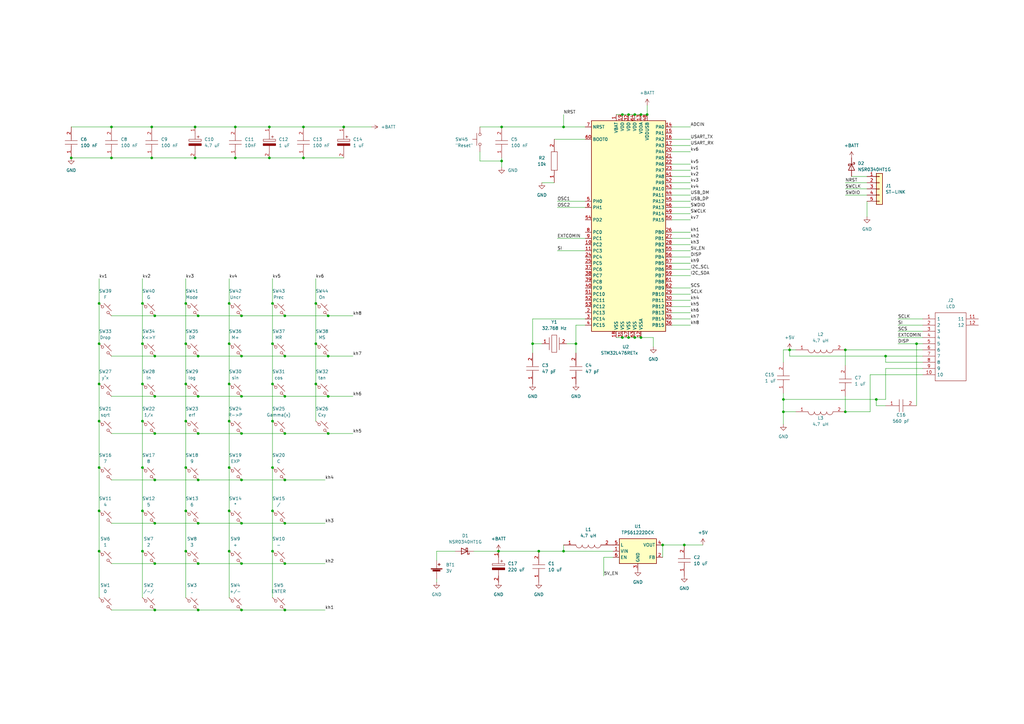
<source format=kicad_sch>
(kicad_sch (version 20211123) (generator eeschema)
  (paper "A3")
  (lib_symbols
    (symbol "Connector_Generic:Conn_01x05" (pin_names (offset 1.016) hide)
      (property "Reference" "J" (at 0 7.62 0))
      (property "Value" "Conn_01x05" (at 0 -7.62 0))
      (symbol "Conn_01x05_1_1"
        (pin passive line (at -5.08 5.08 0) (length 3.81) (name "Pin_1") (number "1"))
        (pin passive line (at -5.08 2.54 0) (length 3.81) (name "Pin_2") (number "2"))
        (pin passive line (at -5.08 0 0) (length 3.81) (name "Pin_3") (number "3"))
        (pin passive line (at -5.08 -2.54 0) (length 3.81) (name "Pin_4") (number "4"))
        (pin passive line (at -5.08 -5.08 0) (length 3.81) (name "Pin_5") (number "5"))
      )
    )
    (symbol "Device:Battery_Cell" (pin_numbers hide) (pin_names (offset 0) hide)
      (property "Reference" "BT" (at 2.54 2.54 0))
      (property "Value" "Battery_Cell" (at 2.54 0 0))
      (symbol "Battery_Cell_1_1"
        (pin passive line (at 0 5.08 270) (length 2.54) (name "+") (number "1"))
        (pin passive line (at 0 -2.54 90) (length 2.54) (name "-") (number "2"))
      )
    )
    (symbol "Diode:NSR0340HT1G" (pin_numbers hide) (pin_names (offset 1.016) hide)
      (property "Reference" "D" (at 0 2.54 0))
      (property "Value" "NSR0340HT1G" (at 0 -2.54 0))
      (symbol "NSR0340HT1G_1_1"
        (pin passive line (at -3.81 0 0) (length 2.54) (name "K") (number "1"))
        (pin passive line (at 3.81 0 180) (length 2.54) (name "A") (number "2"))
      )
    )
    (symbol "MCU_ST_STM32L4:STM32L476RETx"
      (property "Reference" "U" (at -15.24 44.45 0))
      (property "Value" "STM32L476RETx" (at 10.16 44.45 0))
      (symbol "STM32L476RETx_1_1"
        (pin power_in line (at -5.08 45.72 270) (length 2.54) (name "VBAT") (number "1"))
        (pin bidirectional line (at -17.78 -7.62 0) (length 2.54) (name "PC2") (number "10"))
        (pin bidirectional line (at -17.78 -10.16 0) (length 2.54) (name "PC3") (number "11"))
        (pin power_in line (at 5.08 -45.72 90) (length 2.54) (name "VSSA") (number "12"))
        (pin power_in line (at 5.08 45.72 270) (length 2.54) (name "VDDA") (number "13"))
        (pin bidirectional line (at 17.78 40.64 180) (length 2.54) (name "PA0") (number "14"))
        (pin bidirectional line (at 17.78 38.1 180) (length 2.54) (name "PA1") (number "15"))
        (pin bidirectional line (at 17.78 35.56 180) (length 2.54) (name "PA2") (number "16"))
        (pin bidirectional line (at 17.78 33.02 180) (length 2.54) (name "PA3") (number "17"))
        (pin power_in line (at -5.08 -45.72 90) (length 2.54) (name "VSS") (number "18"))
        (pin power_in line (at -2.54 45.72 270) (length 2.54) (name "VDD") (number "19"))
        (pin bidirectional line (at -17.78 -35.56 0) (length 2.54) (name "PC13") (number "2"))
        (pin bidirectional line (at 17.78 30.48 180) (length 2.54) (name "PA4") (number "20"))
        (pin bidirectional line (at 17.78 27.94 180) (length 2.54) (name "PA5") (number "21"))
        (pin bidirectional line (at 17.78 25.4 180) (length 2.54) (name "PA6") (number "22"))
        (pin bidirectional line (at 17.78 22.86 180) (length 2.54) (name "PA7") (number "23"))
        (pin bidirectional line (at -17.78 -12.7 0) (length 2.54) (name "PC4") (number "24"))
        (pin bidirectional line (at -17.78 -15.24 0) (length 2.54) (name "PC5") (number "25"))
        (pin bidirectional line (at 17.78 -2.54 180) (length 2.54) (name "PB0") (number "26"))
        (pin bidirectional line (at 17.78 -5.08 180) (length 2.54) (name "PB1") (number "27"))
        (pin bidirectional line (at 17.78 -7.62 180) (length 2.54) (name "PB2") (number "28"))
        (pin bidirectional line (at 17.78 -27.94 180) (length 2.54) (name "PB10") (number "29"))
        (pin bidirectional line (at -17.78 -38.1 0) (length 2.54) (name "PC14") (number "3"))
        (pin bidirectional line (at 17.78 -30.48 180) (length 2.54) (name "PB11") (number "30"))
        (pin power_in line (at -2.54 -45.72 90) (length 2.54) (name "VSS") (number "31"))
        (pin power_in line (at 0 45.72 270) (length 2.54) (name "VDD") (number "32"))
        (pin bidirectional line (at 17.78 -33.02 180) (length 2.54) (name "PB12") (number "33"))
        (pin bidirectional line (at 17.78 -35.56 180) (length 2.54) (name "PB13") (number "34"))
        (pin bidirectional line (at 17.78 -38.1 180) (length 2.54) (name "PB14") (number "35"))
        (pin bidirectional line (at 17.78 -40.64 180) (length 2.54) (name "PB15") (number "36"))
        (pin bidirectional line (at -17.78 -17.78 0) (length 2.54) (name "PC6") (number "37"))
        (pin bidirectional line (at -17.78 -20.32 0) (length 2.54) (name "PC7") (number "38"))
        (pin bidirectional line (at -17.78 -22.86 0) (length 2.54) (name "PC8") (number "39"))
        (pin bidirectional line (at -17.78 -40.64 0) (length 2.54) (name "PC15") (number "4"))
        (pin bidirectional line (at -17.78 -25.4 0) (length 2.54) (name "PC9") (number "40"))
        (pin bidirectional line (at 17.78 20.32 180) (length 2.54) (name "PA8") (number "41"))
        (pin bidirectional line (at 17.78 17.78 180) (length 2.54) (name "PA9") (number "42"))
        (pin bidirectional line (at 17.78 15.24 180) (length 2.54) (name "PA10") (number "43"))
        (pin bidirectional line (at 17.78 12.7 180) (length 2.54) (name "PA11") (number "44"))
        (pin bidirectional line (at 17.78 10.16 180) (length 2.54) (name "PA12") (number "45"))
        (pin bidirectional line (at 17.78 7.62 180) (length 2.54) (name "PA13") (number "46"))
        (pin power_in line (at 0 -45.72 90) (length 2.54) (name "VSS") (number "47"))
        (pin power_in line (at 7.62 45.72 270) (length 2.54) (name "VDDUSB") (number "48"))
        (pin bidirectional line (at 17.78 5.08 180) (length 2.54) (name "PA14") (number "49"))
        (pin input line (at -17.78 10.16 0) (length 2.54) (name "PH0") (number "5"))
        (pin bidirectional line (at 17.78 2.54 180) (length 2.54) (name "PA15") (number "50"))
        (pin bidirectional line (at -17.78 -27.94 0) (length 2.54) (name "PC10") (number "51"))
        (pin bidirectional line (at -17.78 -30.48 0) (length 2.54) (name "PC11") (number "52"))
        (pin bidirectional line (at -17.78 -33.02 0) (length 2.54) (name "PC12") (number "53"))
        (pin bidirectional line (at -17.78 2.54 0) (length 2.54) (name "PD2") (number "54"))
        (pin bidirectional line (at 17.78 -10.16 180) (length 2.54) (name "PB3") (number "55"))
        (pin bidirectional line (at 17.78 -12.7 180) (length 2.54) (name "PB4") (number "56"))
        (pin bidirectional line (at 17.78 -15.24 180) (length 2.54) (name "PB5") (number "57"))
        (pin bidirectional line (at 17.78 -17.78 180) (length 2.54) (name "PB6") (number "58"))
        (pin bidirectional line (at 17.78 -20.32 180) (length 2.54) (name "PB7") (number "59"))
        (pin input line (at -17.78 7.62 0) (length 2.54) (name "PH1") (number "6"))
        (pin input line (at -17.78 35.56 0) (length 2.54) (name "BOOT0") (number "60"))
        (pin bidirectional line (at 17.78 -22.86 180) (length 2.54) (name "PB8") (number "61"))
        (pin bidirectional line (at 17.78 -25.4 180) (length 2.54) (name "PB9") (number "62"))
        (pin power_in line (at 2.54 -45.72 90) (length 2.54) (name "VSS") (number "63"))
        (pin power_in line (at 2.54 45.72 270) (length 2.54) (name "VDD") (number "64"))
        (pin input line (at -17.78 40.64 0) (length 2.54) (name "NRST") (number "7"))
        (pin bidirectional line (at -17.78 -2.54 0) (length 2.54) (name "PC0") (number "8"))
        (pin bidirectional line (at -17.78 -5.08 0) (length 2.54) (name "PC1") (number "9"))
      )
    )
    (symbol "Regulator_Switching:TPS61222DCK"
      (property "Reference" "U" (at -7.62 6.35 0))
      (property "Value" "TPS61222DCK" (at 2.54 6.35 0))
      (symbol "TPS61222DCK_1_1"
        (pin power_in line (at -10.16 0 0) (length 2.54) (name "VIN") (number "1"))
        (pin input line (at 10.16 -2.54 180) (length 2.54) (name "FB") (number "2"))
        (pin power_in line (at 0 -7.62 90) (length 2.54) (name "GND") (number "3"))
        (pin power_out line (at 10.16 2.54 180) (length 2.54) (name "VOUT") (number "4"))
        (pin power_in line (at -10.16 2.54 0) (length 2.54) (name "L") (number "5"))
        (pin input line (at -10.16 -2.54 0) (length 2.54) (name "EN") (number "6"))
      )
    )
    (symbol "SamacSys_Parts:06036A470KAT2A" (pin_names (offset 0.762))
      (property "Reference" "C" (at 8.89 6.35 0))
      (property "Value" "06036A470KAT2A" (at 8.89 3.81 0))
      (symbol "06036A470KAT2A_0_0"
        (pin passive line (at 0 0 0) (length 5.08) (name "~") (number "1"))
        (pin passive line (at 12.7 0 180) (length 5.08) (name "~") (number "2"))
      )
    )
    (symbol "SamacSys_Parts:06036C104MAZ2A" (pin_names (offset 0.762))
      (property "Reference" "C" (at 8.89 6.35 0))
      (property "Value" "06036C104MAZ2A" (at 8.89 3.81 0))
      (symbol "06036C104MAZ2A_0_0"
        (pin passive line (at 0 0 0) (length 5.08) (name "~") (number "1"))
        (pin passive line (at 12.7 0 180) (length 5.08) (name "~") (number "2"))
      )
    )
    (symbol "SamacSys_Parts:885012106003" (pin_names (offset 0.762))
      (property "Reference" "C" (at 8.89 6.35 0))
      (property "Value" "885012106003" (at 8.89 3.81 0))
      (symbol "885012106003_0_0"
        (pin passive line (at 0 0 0) (length 5.08) (name "~") (number "1"))
        (pin passive line (at 12.7 0 180) (length 5.08) (name "~") (number "2"))
      )
    )
    (symbol "SamacSys_Parts:9HT11-32.768KDZB-T" (pin_names (offset 0.762))
      (property "Reference" "Y" (at 8.89 6.35 0))
      (property "Value" "9HT11-32.768KDZB-T" (at 8.89 3.81 0))
      (symbol "9HT11-32.768KDZB-T_0_0"
        (pin passive line (at 0 0 0) (length 2.54) (name "~") (number "1"))
        (pin passive line (at 10.16 0 180) (length 2.54) (name "~") (number "2"))
      )
    )
    (symbol "SamacSys_Parts:C0603C561F4GACAUTO" (pin_names (offset 0.762))
      (property "Reference" "C" (at 8.89 6.35 0))
      (property "Value" "C0603C561F4GACAUTO" (at 8.89 3.81 0))
      (symbol "C0603C561F4GACAUTO_0_0"
        (pin passive line (at 0 0 0) (length 5.08) (name "~") (number "1"))
        (pin passive line (at 12.7 0 180) (length 5.08) (name "~") (number "2"))
      )
    )
    (symbol "SamacSys_Parts:CGA3E2C0G1H103J080AA" (pin_names (offset 0.762))
      (property "Reference" "C" (at 8.89 6.35 0))
      (property "Value" "CGA3E2C0G1H103J080AA" (at 8.89 3.81 0))
      (symbol "CGA3E2C0G1H103J080AA_0_0"
        (pin passive line (at 0 0 0) (length 5.08) (name "~") (number "1"))
        (pin passive line (at 12.7 0 180) (length 5.08) (name "~") (number "2"))
      )
    )
    (symbol "SamacSys_Parts:CMP0603AFX-1002ELF" (pin_names (offset 0.762))
      (property "Reference" "R" (at 13.97 6.35 0))
      (property "Value" "CMP0603AFX-1002ELF" (at 13.97 3.81 0))
      (symbol "CMP0603AFX-1002ELF_0_0"
        (pin passive line (at 0 0 0) (length 5.08) (name "~") (number "1"))
        (pin passive line (at 17.78 0 180) (length 5.08) (name "~") (number "2"))
      )
    )
    (symbol "SamacSys_Parts:F930J227KBA" (pin_names (offset 0.762))
      (property "Reference" "C" (at 8.89 6.35 0))
      (property "Value" "F930J227KBA" (at 8.89 3.81 0))
      (symbol "F930J227KBA_0_0"
        (pin passive line (at 0 0 0) (length 2.54) (name "~") (number "1"))
        (pin passive line (at 12.7 0 180) (length 2.54) (name "~") (number "2"))
      )
    )
    (symbol "SamacSys_Parts:FH28-10S-0.5SH_11_" (pin_names (offset 0.762))
      (property "Reference" "J" (at 19.05 7.62 0))
      (property "Value" "FH28-10S-0.5SH_11_" (at 19.05 5.08 0))
      (symbol "FH28-10S-0.5SH_11__0_0"
        (pin passive line (at 22.86 0 180) (length 5.08) (name "1") (number "1"))
        (pin passive line (at 22.86 -22.86 180) (length 5.08) (name "10") (number "10"))
        (pin passive line (at 0 0 0) (length 5.08) (name "11") (number "11"))
        (pin passive line (at 0 -2.54 0) (length 5.08) (name "12") (number "12"))
        (pin passive line (at 22.86 -2.54 180) (length 5.08) (name "2") (number "2"))
        (pin passive line (at 22.86 -5.08 180) (length 5.08) (name "3") (number "3"))
        (pin passive line (at 22.86 -7.62 180) (length 5.08) (name "4") (number "4"))
        (pin passive line (at 22.86 -10.16 180) (length 5.08) (name "5") (number "5"))
        (pin passive line (at 22.86 -12.7 180) (length 5.08) (name "6") (number "6"))
        (pin passive line (at 22.86 -15.24 180) (length 5.08) (name "7") (number "7"))
        (pin passive line (at 22.86 -17.78 180) (length 5.08) (name "8") (number "8"))
        (pin passive line (at 22.86 -20.32 180) (length 5.08) (name "9") (number "9"))
      )
    )
    (symbol "SamacSys_Parts:JMK107ABJ106MA-T" (pin_names (offset 0.762))
      (property "Reference" "C" (at 8.89 6.35 0))
      (property "Value" "JMK107ABJ106MA-T" (at 8.89 3.81 0))
      (symbol "JMK107ABJ106MA-T_0_0"
        (pin passive line (at 0 0 0) (length 5.08) (name "~") (number "1"))
        (pin passive line (at 12.7 0 180) (length 5.08) (name "~") (number "2"))
      )
    )
    (symbol "SamacSys_Parts:L0805C4R7MDWIT" (pin_names (offset 0.762))
      (property "Reference" "L" (at 16.51 6.35 0))
      (property "Value" "L0805C4R7MDWIT" (at 16.51 3.81 0))
      (symbol "L0805C4R7MDWIT_0_0"
        (pin passive line (at 0 0 0) (length 5.08) (name "~") (number "1"))
        (pin passive line (at 20.32 0 180) (length 5.08) (name "~") (number "2"))
      )
    )
    (symbol "SamacSys_Parts:TACL105K006XTA" (pin_names (offset 0.762))
      (property "Reference" "C" (at 8.89 6.35 0))
      (property "Value" "TACL105K006XTA" (at 8.89 3.81 0))
      (symbol "TACL105K006XTA_0_0"
        (pin passive line (at 0 0 0) (length 2.54) (name "~") (number "1"))
        (pin passive line (at 12.7 0 180) (length 2.54) (name "~") (number "2"))
      )
    )
    (symbol "SamacSys_Parts:TPCL475K010R5000" (pin_names (offset 0.762))
      (property "Reference" "C" (at 8.89 6.35 0))
      (property "Value" "TPCL475K010R5000" (at 8.89 3.81 0))
      (symbol "TPCL475K010R5000_0_0"
        (pin passive line (at 0 0 0) (length 2.54) (name "~") (number "1"))
        (pin passive line (at 12.7 0 180) (length 2.54) (name "~") (number "2"))
      )
    )
    (symbol "Switch:SW_Push" (pin_numbers hide) (pin_names (offset 1.016) hide)
      (property "Reference" "SW" (at 1.27 2.54 0))
      (property "Value" "SW_Push" (at 0 -1.524 0))
      (symbol "SW_Push_0_1"
        (pin passive line (at -5.08 0 0) (length 2.54) (name "1") (number "1"))
        (pin passive line (at 5.08 0 180) (length 2.54) (name "2") (number "2"))
      )
    )
    (symbol "Switch:SW_Push_45deg" (pin_numbers hide) (pin_names (offset 1.016) hide)
      (property "Reference" "SW" (at 3.048 1.016 0))
      (property "Value" "SW_Push_45deg" (at 0 -3.81 0))
      (symbol "SW_Push_45deg_0_1"
        (pin passive line (at -2.54 2.54 0) (length 0) (name "1") (number "1"))
        (pin passive line (at 2.54 -2.54 180) (length 0) (name "2") (number "2"))
      )
    )
    (symbol "power:+5V" (power) (pin_names (offset 0))
      (property "Value" "+5V" (at 0 3.556 0))
      (symbol "+5V_1_1"
        (pin power_in line (at 0 0 90) (length 0) hide (name "+5V") (number "1"))
      )
    )
    (symbol "power:+BATT" (power) (pin_names (offset 0))
      (property "Value" "+BATT" (at 0 3.556 0))
      (symbol "+BATT_1_1"
        (pin power_in line (at 0 0 90) (length 0) hide (name "+BATT") (number "1"))
      )
    )
    (symbol "power:GND" (power) (pin_names (offset 0))
      (property "Value" "GND" (at 0 -3.81 0))
      (symbol "GND_1_1"
        (pin power_in line (at 0 0 270) (length 0) hide (name "GND") (number "1"))
      )
    )
  )
  (junction (at 40.64 124.46))
  (junction (at 93.98 157.48))
  (junction (at 93.98 191.77))
  (junction (at 58.42 124.46))
  (junction (at 111.76 140.97))
  (junction (at 116.84 146.05))
  (junction (at 81.28 196.85))
  (junction (at 110.49 52.07))
  (junction (at 220.98 226.06))
  (junction (at 81.28 129.54))
  (junction (at 321.31 168.91))
  (junction (at 116.84 231.14))
  (junction (at 124.46 52.07))
  (junction (at 80.01 52.07))
  (junction (at 111.76 124.46))
  (junction (at 140.97 52.07))
  (junction (at 93.98 124.46))
  (junction (at 255.27 46.99))
  (junction (at 271.78 223.52))
  (junction (at 40.64 172.72))
  (junction (at 99.06 196.85))
  (junction (at 129.54 124.46))
  (junction (at 93.98 226.06))
  (junction (at 76.2 140.97))
  (junction (at 93.98 172.72))
  (junction (at 62.23 52.07))
  (junction (at 63.5 177.8))
  (junction (at 63.5 146.05))
  (junction (at 218.44 140.97))
  (junction (at 111.76 157.48))
  (junction (at 40.64 140.97))
  (junction (at 81.28 146.05))
  (junction (at 96.52 64.77))
  (junction (at 93.98 209.55))
  (junction (at 205.74 52.07))
  (junction (at 76.2 124.46))
  (junction (at 99.06 231.14))
  (junction (at 63.5 162.56))
  (junction (at 116.84 162.56))
  (junction (at 45.72 52.07))
  (junction (at 76.2 209.55))
  (junction (at 58.42 209.55))
  (junction (at 76.2 226.06))
  (junction (at 93.98 140.97))
  (junction (at 260.35 138.43))
  (junction (at 99.06 162.56))
  (junction (at 116.84 214.63))
  (junction (at 63.5 214.63))
  (junction (at 111.76 172.72))
  (junction (at 63.5 129.54))
  (junction (at 76.2 191.77))
  (junction (at 257.81 46.99))
  (junction (at 58.42 157.48))
  (junction (at 205.74 66.04))
  (junction (at 134.62 146.05))
  (junction (at 111.76 226.06))
  (junction (at 363.22 146.05))
  (junction (at 99.06 214.63))
  (junction (at 134.62 177.8))
  (junction (at 111.76 191.77))
  (junction (at 40.64 226.06))
  (junction (at 346.71 143.51))
  (junction (at 58.42 172.72))
  (junction (at 260.35 46.99))
  (junction (at 375.92 140.97))
  (junction (at 129.54 157.48))
  (junction (at 99.06 129.54))
  (junction (at 63.5 250.19))
  (junction (at 265.43 46.99))
  (junction (at 40.64 209.55))
  (junction (at 116.84 177.8))
  (junction (at 262.89 138.43))
  (junction (at 323.85 143.51))
  (junction (at 81.28 231.14))
  (junction (at 76.2 157.48))
  (junction (at 124.46 64.77))
  (junction (at 63.5 231.14))
  (junction (at 116.84 250.19))
  (junction (at 134.62 129.54))
  (junction (at 58.42 226.06))
  (junction (at 111.76 209.55))
  (junction (at 255.27 138.43))
  (junction (at 134.62 162.56))
  (junction (at 99.06 146.05))
  (junction (at 58.42 140.97))
  (junction (at 116.84 196.85))
  (junction (at 231.14 226.06))
  (junction (at 116.84 129.54))
  (junction (at 81.28 250.19))
  (junction (at 40.64 157.48))
  (junction (at 236.22 140.97))
  (junction (at 99.06 250.19))
  (junction (at 321.31 163.83))
  (junction (at 62.23 64.77))
  (junction (at 81.28 177.8))
  (junction (at 29.21 64.77))
  (junction (at 110.49 64.77))
  (junction (at 280.67 223.52))
  (junction (at 96.52 52.07))
  (junction (at 262.89 46.99))
  (junction (at 63.5 196.85))
  (junction (at 40.64 191.77))
  (junction (at 359.41 163.83))
  (junction (at 76.2 172.72))
  (junction (at 257.81 138.43))
  (junction (at 231.14 52.07))
  (junction (at 81.28 162.56))
  (junction (at 81.28 214.63))
  (junction (at 80.01 64.77))
  (junction (at 99.06 177.8))
  (junction (at 129.54 140.97))
  (junction (at 45.72 64.77))
  (junction (at 204.47 226.06))
  (junction (at 58.42 191.77))
  (junction (at 346.71 168.91))
  (wire (pts (xy 227.33 57.15) (xy 240.03 57.15)))
  (wire (pts (xy 218.44 144.78) (xy 218.44 140.97)))
  (wire (pts (xy 363.22 146.05) (xy 323.85 146.05)))
  (wire (pts (xy 228.6 85.09) (xy 240.03 85.09)))
  (wire (pts (xy 111.76 124.46) (xy 111.76 140.97)))
  (wire (pts (xy 63.5 146.05) (xy 81.28 146.05)))
  (wire (pts (xy 58.42 157.48) (xy 58.42 172.72)))
  (wire (pts (xy 275.59 100.33) (xy 283.21 100.33)))
  (wire (pts (xy 45.72 162.56) (xy 63.5 162.56)))
  (wire (pts (xy 321.31 161.29) (xy 321.31 163.83)))
  (wire (pts (xy 96.52 52.07) (xy 110.49 52.07)))
  (wire (pts (xy 58.42 226.06) (xy 58.42 245.11)))
  (wire (pts (xy 134.62 177.8) (xy 144.78 177.8)))
  (wire (pts (xy 275.59 110.49) (xy 283.21 110.49)))
  (wire (pts (xy 29.21 52.07) (xy 45.72 52.07)))
  (wire (pts (xy 99.06 146.05) (xy 116.84 146.05)))
  (wire (pts (xy 80.01 64.77) (xy 96.52 64.77)))
  (wire (pts (xy 116.84 231.14) (xy 133.35 231.14)))
  (wire (pts (xy 93.98 191.77) (xy 93.98 209.55)))
  (wire (pts (xy 252.73 46.99) (xy 255.27 46.99)))
  (wire (pts (xy 257.81 138.43) (xy 260.35 138.43)))
  (wire (pts (xy 231.14 226.06) (xy 251.46 226.06)))
  (wire (pts (xy 275.59 125.73) (xy 283.21 125.73)))
  (wire (pts (xy 275.59 85.09) (xy 283.21 85.09)))
  (wire (pts (xy 63.5 129.54) (xy 81.28 129.54)))
  (wire (pts (xy 275.59 102.87) (xy 283.21 102.87)))
  (wire (pts (xy 321.31 173.99) (xy 321.31 168.91)))
  (wire (pts (xy 275.59 72.39) (xy 283.21 72.39)))
  (wire (pts (xy 205.74 52.07) (xy 231.14 52.07)))
  (wire (pts (xy 375.92 140.97) (xy 375.92 166.37)))
  (wire (pts (xy 359.41 163.83) (xy 321.31 163.83)))
  (wire (pts (xy 40.64 140.97) (xy 40.64 157.48)))
  (wire (pts (xy 111.76 157.48) (xy 111.76 172.72)))
  (wire (pts (xy 346.71 80.01) (xy 355.6 80.01)))
  (wire (pts (xy 76.2 157.48) (xy 76.2 172.72)))
  (wire (pts (xy 76.2 124.46) (xy 76.2 140.97)))
  (wire (pts (xy 231.14 223.52) (xy 231.14 226.06)))
  (wire (pts (xy 275.59 130.81) (xy 283.21 130.81)))
  (wire (pts (xy 247.65 228.6) (xy 247.65 236.22)))
  (wire (pts (xy 227.33 74.93) (xy 222.25 74.93)))
  (wire (pts (xy 288.29 223.52) (xy 280.67 223.52)))
  (wire (pts (xy 323.85 143.51) (xy 326.39 143.51)))
  (wire (pts (xy 45.72 214.63) (xy 63.5 214.63)))
  (wire (pts (xy 275.59 82.55) (xy 283.21 82.55)))
  (wire (pts (xy 363.22 166.37) (xy 359.41 166.37)))
  (wire (pts (xy 255.27 138.43) (xy 257.81 138.43)))
  (wire (pts (xy 58.42 124.46) (xy 58.42 140.97)))
  (wire (pts (xy 323.85 143.51) (xy 323.85 146.05)))
  (wire (pts (xy 378.46 148.59) (xy 363.22 148.59)))
  (wire (pts (xy 93.98 172.72) (xy 93.98 191.77)))
  (wire (pts (xy 368.3 130.81) (xy 378.46 130.81)))
  (wire (pts (xy 93.98 124.46) (xy 93.98 114.3)))
  (wire (pts (xy 194.31 226.06) (xy 204.47 226.06)))
  (wire (pts (xy 368.3 133.35) (xy 378.46 133.35)))
  (wire (pts (xy 196.85 62.23) (xy 196.85 66.04)))
  (wire (pts (xy 63.5 214.63) (xy 81.28 214.63)))
  (wire (pts (xy 275.59 107.95) (xy 283.21 107.95)))
  (wire (pts (xy 321.31 163.83) (xy 321.31 168.91)))
  (wire (pts (xy 111.76 209.55) (xy 111.76 226.06)))
  (wire (pts (xy 355.6 82.55) (xy 355.6 88.9)))
  (wire (pts (xy 81.28 196.85) (xy 99.06 196.85)))
  (wire (pts (xy 236.22 140.97) (xy 236.22 144.78)))
  (wire (pts (xy 116.84 177.8) (xy 134.62 177.8)))
  (wire (pts (xy 275.59 105.41) (xy 283.21 105.41)))
  (wire (pts (xy 134.62 162.56) (xy 144.78 162.56)))
  (wire (pts (xy 58.42 172.72) (xy 58.42 191.77)))
  (wire (pts (xy 205.74 68.58) (xy 205.74 66.04)))
  (wire (pts (xy 275.59 123.19) (xy 283.21 123.19)))
  (wire (pts (xy 80.01 52.07) (xy 96.52 52.07)))
  (wire (pts (xy 62.23 64.77) (xy 80.01 64.77)))
  (wire (pts (xy 99.06 162.56) (xy 116.84 162.56)))
  (wire (pts (xy 275.59 59.69) (xy 283.21 59.69)))
  (wire (pts (xy 40.64 124.46) (xy 40.64 140.97)))
  (wire (pts (xy 275.59 133.35) (xy 283.21 133.35)))
  (wire (pts (xy 356.87 153.67) (xy 356.87 168.91)))
  (wire (pts (xy 99.06 250.19) (xy 116.84 250.19)))
  (wire (pts (xy 255.27 46.99) (xy 257.81 46.99)))
  (wire (pts (xy 275.59 52.07) (xy 283.21 52.07)))
  (wire (pts (xy 111.76 140.97) (xy 111.76 157.48)))
  (wire (pts (xy 231.14 46.99) (xy 231.14 52.07)))
  (wire (pts (xy 346.71 74.93) (xy 355.6 74.93)))
  (wire (pts (xy 76.2 209.55) (xy 76.2 226.06)))
  (wire (pts (xy 247.65 228.6) (xy 251.46 228.6)))
  (wire (pts (xy 196.85 52.07) (xy 205.74 52.07)))
  (wire (pts (xy 129.54 124.46) (xy 129.54 114.3)))
  (wire (pts (xy 378.46 151.13) (xy 363.22 151.13)))
  (wire (pts (xy 63.5 162.56) (xy 81.28 162.56)))
  (wire (pts (xy 205.74 66.04) (xy 205.74 64.77)))
  (wire (pts (xy 204.47 226.06) (xy 220.98 226.06)))
  (wire (pts (xy 378.46 153.67) (xy 356.87 153.67)))
  (wire (pts (xy 76.2 140.97) (xy 76.2 157.48)))
  (wire (pts (xy 81.28 214.63) (xy 99.06 214.63)))
  (wire (pts (xy 111.76 172.72) (xy 111.76 191.77)))
  (wire (pts (xy 260.35 138.43) (xy 262.89 138.43)))
  (wire (pts (xy 76.2 191.77) (xy 76.2 209.55)))
  (wire (pts (xy 129.54 157.48) (xy 129.54 172.72)))
  (wire (pts (xy 116.84 162.56) (xy 134.62 162.56)))
  (wire (pts (xy 179.07 226.06) (xy 186.69 226.06)))
  (wire (pts (xy 196.85 66.04) (xy 205.74 66.04)))
  (wire (pts (xy 99.06 177.8) (xy 116.84 177.8)))
  (wire (pts (xy 81.28 162.56) (xy 99.06 162.56)))
  (wire (pts (xy 81.28 250.19) (xy 99.06 250.19)))
  (wire (pts (xy 45.72 52.07) (xy 62.23 52.07)))
  (wire (pts (xy 359.41 166.37) (xy 359.41 163.83)))
  (wire (pts (xy 218.44 130.81) (xy 218.44 140.97)))
  (wire (pts (xy 356.87 168.91) (xy 346.71 168.91)))
  (wire (pts (xy 267.97 142.24) (xy 267.97 138.43)))
  (wire (pts (xy 275.59 120.65) (xy 283.21 120.65)))
  (wire (pts (xy 140.97 52.07) (xy 152.4 52.07)))
  (wire (pts (xy 111.76 124.46) (xy 111.76 114.3)))
  (wire (pts (xy 275.59 113.03) (xy 283.21 113.03)))
  (wire (pts (xy 378.46 143.51) (xy 346.71 143.51)))
  (wire (pts (xy 363.22 148.59) (xy 363.22 146.05)))
  (wire (pts (xy 116.84 146.05) (xy 134.62 146.05)))
  (wire (pts (xy 81.28 177.8) (xy 99.06 177.8)))
  (wire (pts (xy 124.46 52.07) (xy 140.97 52.07)))
  (wire (pts (xy 262.89 138.43) (xy 267.97 138.43)))
  (wire (pts (xy 271.78 223.52) (xy 280.67 223.52)))
  (wire (pts (xy 124.46 64.77) (xy 140.97 64.77)))
  (wire (pts (xy 40.64 191.77) (xy 40.64 209.55)))
  (wire (pts (xy 93.98 226.06) (xy 93.98 245.11)))
  (wire (pts (xy 93.98 140.97) (xy 93.98 157.48)))
  (wire (pts (xy 93.98 209.55) (xy 93.98 226.06)))
  (wire (pts (xy 275.59 97.79) (xy 283.21 97.79)))
  (wire (pts (xy 228.6 82.55) (xy 240.03 82.55)))
  (wire (pts (xy 275.59 69.85) (xy 283.21 69.85)))
  (wire (pts (xy 134.62 146.05) (xy 144.78 146.05)))
  (wire (pts (xy 116.84 129.54) (xy 134.62 129.54)))
  (wire (pts (xy 349.25 72.39) (xy 355.6 72.39)))
  (wire (pts (xy 111.76 191.77) (xy 111.76 209.55)))
  (wire (pts (xy 58.42 140.97) (xy 58.42 157.48)))
  (wire (pts (xy 40.64 226.06) (xy 40.64 245.11)))
  (wire (pts (xy 228.6 102.87) (xy 240.03 102.87)))
  (wire (pts (xy 63.5 177.8) (xy 81.28 177.8)))
  (wire (pts (xy 63.5 250.19) (xy 81.28 250.19)))
  (wire (pts (xy 110.49 52.07) (xy 124.46 52.07)))
  (wire (pts (xy 81.28 231.14) (xy 99.06 231.14)))
  (wire (pts (xy 346.71 77.47) (xy 355.6 77.47)))
  (wire (pts (xy 262.89 46.99) (xy 265.43 46.99)))
  (wire (pts (xy 275.59 57.15) (xy 283.21 57.15)))
  (wire (pts (xy 321.31 143.51) (xy 323.85 143.51)))
  (wire (pts (xy 81.28 146.05) (xy 99.06 146.05)))
  (wire (pts (xy 63.5 196.85) (xy 81.28 196.85)))
  (wire (pts (xy 40.64 209.55) (xy 40.64 226.06)))
  (wire (pts (xy 45.72 250.19) (xy 63.5 250.19)))
  (wire (pts (xy 45.72 177.8) (xy 63.5 177.8)))
  (wire (pts (xy 116.84 196.85) (xy 133.35 196.85)))
  (wire (pts (xy 321.31 148.59) (xy 321.31 143.51)))
  (wire (pts (xy 252.73 138.43) (xy 255.27 138.43)))
  (wire (pts (xy 179.07 229.87) (xy 179.07 226.06)))
  (wire (pts (xy 368.3 140.97) (xy 375.92 140.97)))
  (wire (pts (xy 29.21 64.77) (xy 45.72 64.77)))
  (wire (pts (xy 275.59 74.93) (xy 283.21 74.93)))
  (wire (pts (xy 129.54 140.97) (xy 129.54 157.48)))
  (wire (pts (xy 45.72 146.05) (xy 63.5 146.05)))
  (wire (pts (xy 275.59 118.11) (xy 283.21 118.11)))
  (wire (pts (xy 375.92 140.97) (xy 378.46 140.97)))
  (wire (pts (xy 326.39 168.91) (xy 321.31 168.91)))
  (wire (pts (xy 275.59 90.17) (xy 283.21 90.17)))
  (wire (pts (xy 236.22 133.35) (xy 236.22 140.97)))
  (wire (pts (xy 99.06 129.54) (xy 116.84 129.54)))
  (wire (pts (xy 99.06 231.14) (xy 116.84 231.14)))
  (wire (pts (xy 62.23 52.07) (xy 80.01 52.07)))
  (wire (pts (xy 93.98 124.46) (xy 93.98 140.97)))
  (wire (pts (xy 99.06 196.85) (xy 116.84 196.85)))
  (wire (pts (xy 368.3 138.43) (xy 378.46 138.43)))
  (wire (pts (xy 110.49 64.77) (xy 124.46 64.77)))
  (wire (pts (xy 76.2 172.72) (xy 76.2 191.77)))
  (wire (pts (xy 45.72 196.85) (xy 63.5 196.85)))
  (wire (pts (xy 275.59 67.31) (xy 283.21 67.31)))
  (wire (pts (xy 96.52 64.77) (xy 110.49 64.77)))
  (wire (pts (xy 346.71 143.51) (xy 346.71 149.86)))
  (wire (pts (xy 40.64 124.46) (xy 40.64 114.3)))
  (wire (pts (xy 76.2 226.06) (xy 76.2 245.11)))
  (wire (pts (xy 116.84 250.19) (xy 133.35 250.19)))
  (wire (pts (xy 58.42 191.77) (xy 58.42 209.55)))
  (wire (pts (xy 275.59 80.01) (xy 283.21 80.01)))
  (wire (pts (xy 111.76 226.06) (xy 111.76 245.11)))
  (wire (pts (xy 228.6 97.79) (xy 240.03 97.79)))
  (wire (pts (xy 271.78 223.52) (xy 271.78 228.6)))
  (wire (pts (xy 45.72 231.14) (xy 63.5 231.14)))
  (wire (pts (xy 116.84 214.63) (xy 133.35 214.63)))
  (wire (pts (xy 179.07 238.76) (xy 179.07 237.49)))
  (wire (pts (xy 346.71 162.56) (xy 346.71 168.91)))
  (wire (pts (xy 275.59 95.25) (xy 283.21 95.25)))
  (wire (pts (xy 58.42 209.55) (xy 58.42 226.06)))
  (wire (pts (xy 45.72 129.54) (xy 63.5 129.54)))
  (wire (pts (xy 363.22 163.83) (xy 359.41 163.83)))
  (wire (pts (xy 275.59 77.47) (xy 283.21 77.47)))
  (wire (pts (xy 220.98 226.06) (xy 231.14 226.06)))
  (wire (pts (xy 231.14 52.07) (xy 240.03 52.07)))
  (wire (pts (xy 257.81 46.99) (xy 260.35 46.99)))
  (wire (pts (xy 218.44 140.97) (xy 222.25 140.97)))
  (wire (pts (xy 99.06 214.63) (xy 116.84 214.63)))
  (wire (pts (xy 45.72 64.77) (xy 62.23 64.77)))
  (wire (pts (xy 93.98 157.48) (xy 93.98 172.72)))
  (wire (pts (xy 275.59 128.27) (xy 283.21 128.27)))
  (wire (pts (xy 63.5 231.14) (xy 81.28 231.14)))
  (wire (pts (xy 260.35 46.99) (xy 262.89 46.99)))
  (wire (pts (xy 129.54 124.46) (xy 129.54 140.97)))
  (wire (pts (xy 265.43 43.18) (xy 265.43 46.99)))
  (wire (pts (xy 240.03 130.81) (xy 218.44 130.81)))
  (wire (pts (xy 363.22 151.13) (xy 363.22 163.83)))
  (wire (pts (xy 58.42 124.46) (xy 58.42 114.3)))
  (wire (pts (xy 232.41 140.97) (xy 236.22 140.97)))
  (wire (pts (xy 76.2 124.46) (xy 76.2 114.3)))
  (wire (pts (xy 275.59 62.23) (xy 283.21 62.23)))
  (wire (pts (xy 81.28 129.54) (xy 99.06 129.54)))
  (wire (pts (xy 378.46 146.05) (xy 363.22 146.05)))
  (wire (pts (xy 40.64 172.72) (xy 40.64 191.77)))
  (wire (pts (xy 275.59 87.63) (xy 283.21 87.63)))
  (wire (pts (xy 40.64 157.48) (xy 40.64 172.72)))
  (wire (pts (xy 368.3 135.89) (xy 378.46 135.89)))
  (wire (pts (xy 134.62 129.54) (xy 144.78 129.54)))
  (wire (pts (xy 240.03 133.35) (xy 236.22 133.35)))
  (label "kh3" (at 133.35 214.63 0))
  (label "kh3" (at 283.21 100.33 0))
  (label "kv4" (at 93.98 114.3 0))
  (label "kv3" (at 76.2 114.3 0))
  (label "EXTCOMIN" (at 228.6 97.79 0))
  (label "kh2" (at 133.35 231.14 0))
  (label "kh6" (at 283.21 128.27 0))
  (label "I2C_SDA" (at 283.21 113.03 0))
  (label "kh9" (at 283.21 107.95 0))
  (label "kh7" (at 283.21 130.81 0))
  (label "kh2" (at 283.21 97.79 0))
  (label "EXTCOMIN" (at 368.3 138.43 0))
  (label "DISP" (at 283.21 105.41 0))
  (label "SCLK" (at 368.3 130.81 0))
  (label "kv5" (at 283.21 67.31 0))
  (label "NRST" (at 346.71 74.93 0))
  (label "kv1" (at 40.64 114.3 0))
  (label "kv1" (at 283.21 69.85 0))
  (label "5V_EN" (at 283.21 102.87 0))
  (label "SCS" (at 283.21 118.11 0))
  (label "I2C_SCL" (at 283.21 110.49 0))
  (label "kh5" (at 144.78 177.8 0))
  (label "kh1" (at 133.35 250.19 0))
  (label "kv7" (at 283.21 90.17 0))
  (label "DISP" (at 368.3 140.97 0))
  (label "kh6" (at 144.78 162.56 0))
  (label "SCLK" (at 283.21 120.65 0))
  (label "SWDIO" (at 283.21 85.09 0))
  (label "kh8" (at 144.78 129.54 0))
  (label "kh7" (at 144.78 146.05 0))
  (label "kv2" (at 283.21 72.39 0))
  (label "USART_TX" (at 283.21 57.15 0))
  (label "kh1" (at 283.21 95.25 0))
  (label "kv3" (at 283.21 74.93 0))
  (label "kv6" (at 283.21 62.23 0))
  (label "SWCLK" (at 283.21 87.63 0))
  (label "SCS" (at 368.3 135.89 0))
  (label "kv4" (at 283.21 77.47 0))
  (label "SWCLK" (at 346.71 77.47 0))
  (label "SI" (at 228.6 102.87 0))
  (label "NRST" (at 231.14 46.99 0))
  (label "kh8" (at 283.21 133.35 0))
  (label "SI" (at 368.3 133.35 0))
  (label "kv6" (at 129.54 114.3 0))
  (label "USB_DM" (at 283.21 80.01 0))
  (label "kh4" (at 133.35 196.85 0))
  (label "kv5" (at 111.76 114.3 0))
  (label "kh4" (at 283.21 123.19 0))
  (label "OSC1" (at 228.6 82.55 0))
  (label "OSC2" (at 228.6 85.09 0))
  (label "kh5" (at 283.21 125.73 0))
  (label "SWDIO" (at 346.71 80.01 0))
  (label "ADCIN" (at 283.21 52.07 0))
  (label "USB_DP" (at 283.21 82.55 0))
  (label "kv2" (at 58.42 114.3 0))
  (label "5V_EN" (at 247.65 236.22 0))
  (label "USART_RX" (at 283.21 59.69 0))
  (symbol (lib_id "Switch:SW_Push_45deg") (at 96.52 247.65 0) (unit 1)
    (property "Reference" "SW4" (at 96.52 240.03 0))
    (property "Value" "+/-" (at 96.52 242.57 0))
    (property "Footprint" "foot-lib:SW_SPST_EVQQ2" (effects hide))
  )
  (symbol (lib_id "Switch:SW_Push_45deg") (at 96.52 127 0) (unit 1)
    (property "Reference" "SW42" (at 96.52 119.38 0))
    (property "Value" "Uncr" (at 96.52 121.92 0))
    (property "Footprint" "foot-lib:SW_SPST_EVQQ2" (effects hide))
  )
  (symbol (lib_id "SamacSys_Parts:885012106003") (at 346.71 162.56 90) (unit 1)
    (property "Reference" "C7" (at 350.52 154.9399 90) (effects (justify right)))
    (property "Value" "1 uF" (at 350.52 157.4799 90) (effects (justify right)))
    (property "Footprint" "C_0603_1608Metric_Pad1.08x0.95mm_HandSolder" (effects hide))
    (property "Datasheet" "https://katalog.we-online.com/pbs/datasheet/885012106003.pdf" (effects hide))
    (property "Description" "Wurth Elektronik 0603 WCAP-CSGP 1uF Ceramic Multilayer Capacitor, 6.3 V dc, +85C, X5R Dielectric, +/-20%" (effects hide))
    (property "Height" "0.87" (effects hide))
    (property "Mouser Part Number" "710-885012106003" (effects hide))
    (property "Mouser Price/Stock" "https://www.mouser.co.uk/ProductDetail/Wurth-Elektronik/885012106003?qs=0KOYDY2FL2%2FrKS1TMlHJ9A%3D%3D" (effects hide))
    (property "Manufacturer_Name" "Wurth Elektronik" (effects hide))
    (property "Manufacturer_Part_Number" "885012106003" (effects hide))
  )
  (symbol (lib_id "SamacSys_Parts:9HT11-32.768KDZB-T") (at 222.25 140.97 0) (unit 1)
    (property "Reference" "Y1" (at 227.33 132.08 0))
    (property "Value" "32.768 Hz" (at 227.33 134.62 0))
    (property "Footprint" "9HT1132768KDZBT" (effects hide))
    (property "Datasheet" "https://componentsearchengine.com/Datasheets/1/9HT11-32.768KDZB-T.pdf" (effects hide))
    (property "Description" "TXC - 9HT11-32.768KDZB-T - Crystal, 32.768 kHz, SMD, 2mm x 1.2mm, 6 pF, 20 ppm, 9HT11 Series" (effects hide))
    (property "Height" "0.6" (effects hide))
    (property "Mouser Part Number" "717-9HT11-32.76KDZBT" (effects hide))
    (property "Mouser Price/Stock" "https://www.mouser.co.uk/ProductDetail/TXC-Corporation/9HT11-32768KDZB-T?qs=%252B4z%252Bl1oDOjQhuT9CioRnFg%3D%3D" (effects hide))
    (property "Manufacturer_Name" "TXC CORPORATION" (effects hide))
    (property "Manufacturer_Part_Number" "9HT11-32.768KDZB-T" (effects hide))
  )
  (symbol (lib_id "SamacSys_Parts:TPCL475K010R5000") (at 80.01 52.07 270) (unit 1)
    (property "Reference" "C10" (at 83.82 57.1499 90) (effects (justify left)))
    (property "Value" "4.7 uF" (at 83.82 59.6899 90) (effects (justify left)))
    (property "Footprint" "C_0603_1608Metric_Pad1.08x0.95mm_HandSolder" (effects hide))
    (property "Datasheet" "http://datasheets.avx.com/TPC.pdf" (effects hide))
    (property "Description" "Tantalum Capacitors - Solid SMD 10Vdc 4.7uF 0603 +/-10% ESR=5000mOhms" (effects hide))
    (property "Height" "1" (effects hide))
    (property "Mouser Part Number" "581-TPCL475K010R5000" (effects hide))
    (property "Mouser Price/Stock" "https://www.mouser.co.uk/ProductDetail/AVX/TPCL475K010R5000?qs=q8tHwdJXVVbgr%2Fr4Z9QqNA%3D%3D" (effects hide))
    (property "Manufacturer_Name" "AVX" (effects hide))
    (property "Manufacturer_Part_Number" "TPCL475K010R5000" (effects hide))
  )
  (symbol (lib_id "Switch:SW_Push_45deg") (at 78.74 143.51 0) (unit 1)
    (property "Reference" "SW35" (at 78.74 135.89 0))
    (property "Value" "DR" (at 78.74 138.43 0))
    (property "Footprint" "foot-lib:SW_SPST_EVQQ2" (effects hide))
  )
  (symbol (lib_id "Switch:SW_Push_45deg") (at 43.18 212.09 0) (unit 1)
    (property "Reference" "SW11" (at 43.18 204.47 0))
    (property "Value" "4" (at 43.18 207.01 0))
    (property "Footprint" "foot-lib:SW_SPST_EVQQ2" (effects hide))
  )
  (symbol (lib_id "SamacSys_Parts:06036C104MAZ2A") (at 62.23 64.77 90) (unit 1)
    (property "Reference" "C9" (at 66.04 57.1499 90) (effects (justify right)))
    (property "Value" "100 nF" (at 66.04 59.6899 90) (effects (justify right)))
    (property "Footprint" "C_0603_1608Metric_Pad1.08x0.95mm_HandSolder" (effects hide))
    (property "Datasheet" "https://componentsearchengine.com/Datasheets/1/06031A100FAT2A.pdf" (effects hide))
    (property "Description" "Multilayer Ceramic Capacitors MLCC - SMD/SMT 6.3V .1uF X7R 0603 20% Tol FLEX" (effects hide))
    (property "Height" "0.9" (effects hide))
    (property "Mouser Part Number" "581-06036C104MAZ2A" (effects hide))
    (property "Mouser Price/Stock" "https://www.mouser.co.uk/ProductDetail/AVX/06036C104MAZ2A?qs=9g9l2Gjnh0s%2FYval7p6%252B1g%3D%3D" (effects hide))
    (property "Manufacturer_Name" "AVX" (effects hide))
    (property "Manufacturer_Part_Number" "06036C104MAZ2A" (effects hide))
  )
  (symbol (lib_id "MCU_ST_STM32L4:STM32L476RETx") (at 257.81 92.71 0) (unit 1)
    (property "Reference" "U2" (at 255.27 142.24 0) (effects (justify left)))
    (property "Value" "STM32L476RETx" (at 246.38 144.78 0) (effects (justify left)))
    (property "Footprint" "Package_QFP:LQFP-64_10x10mm_P0.5mm" (effects hide))
    (property "Datasheet" "http://www.st.com/st-web-ui/static/active/en/resource/technical/document/datasheet/DM00108832.pdf" (effects hide))
  )
  (symbol (lib_id "Switch:SW_Push_45deg") (at 114.3 175.26 0) (unit 1)
    (property "Reference" "SW25" (at 114.3 167.64 0))
    (property "Value" "Gamma(x)" (at 114.3 170.18 0))
    (property "Footprint" "foot-lib:SW_SPST_EVQQ2" (effects hide))
  )
  (symbol (lib_id "SamacSys_Parts:CMP0603AFX-1002ELF") (at 227.33 74.93 90) (unit 1)
    (property "Reference" "R2" (at 222.25 64.77 90))
    (property "Value" "10k" (at 222.25 67.31 90))
    (property "Footprint" "C_0603_1608Metric_Pad1.08x0.95mm_HandSolder" (effects hide))
    (property "Datasheet" "https://www.bourns.com/docs/Product-Datasheets/CMP-A.pdf" (effects hide))
    (property "Description" "Thick Film Resistors - SMD 10K OHM 1% 1/4W TC100" (effects hide))
    (property "Height" "0.55" (effects hide))
    (property "Mouser Part Number" "652-CMP0603AFX-1002L" (effects hide))
    (property "Mouser Price/Stock" "https://www.mouser.co.uk/ProductDetail/Bourns/CMP0603AFX-1002ELF?qs=TiOZkKH1s2Q14lKL9rbzLg%3D%3D" (effects hide))
    (property "Manufacturer_Name" "Bourns" (effects hide))
    (property "Manufacturer_Part_Number" "CMP0603AFX-1002ELF" (effects hide))
  )
  (symbol (lib_id "SamacSys_Parts:JMK107ABJ106MA-T") (at 280.67 236.22 90) (unit 1)
    (property "Reference" "C2" (at 284.48 228.5999 90) (effects (justify right)))
    (property "Value" "10 uF" (at 284.48 231.1399 90) (effects (justify right)))
    (property "Footprint" "C_0603_1608Metric_Pad1.08x0.95mm_HandSolder" (effects hide))
    (property "Datasheet" "https://componentsearchengine.com/Datasheets/1/JMK107ABJ106MA-T.pdf" (effects hide))
    (property "Description" "Taiyo Yuden 0603 (1608M) 10uF MLCC 6.3V dc +/-20% SMD JMK107ABJ106MA-T" (effects hide))
    (property "Height" "0.5" (effects hide))
    (property "Mouser Part Number" "963-JMK107ABJ106MA-T" (effects hide))
    (property "Mouser Price/Stock" "https://www.mouser.co.uk/ProductDetail/Taiyo-Yuden/JMK107ABJ106MA-T?qs=vF%252B8ahGVilcKzRI4EvLHOA%3D%3D" (effects hide))
    (property "Manufacturer_Name" "TAIYO YUDEN" (effects hide))
    (property "Manufacturer_Part_Number" "JMK107ABJ106MA-T" (effects hide))
  )
  (symbol (lib_id "power:GND") (at 321.31 173.99 0) (unit 1)
    (property "Reference" "#PWR0118" (effects hide))
    (property "Value" "GND" (at 321.31 179.07 0))
  )
  (symbol (lib_id "Switch:SW_Push_45deg") (at 96.52 175.26 0) (unit 1)
    (property "Reference" "SW24" (at 96.52 167.64 0))
    (property "Value" "R->P" (at 96.52 170.18 0))
    (property "Footprint" "foot-lib:SW_SPST_EVQQ2" (effects hide))
  )
  (symbol (lib_id "Switch:SW_Push_45deg") (at 78.74 127 0) (unit 1)
    (property "Reference" "SW41" (at 78.74 119.38 0))
    (property "Value" "Mode" (at 78.74 121.92 0))
    (property "Footprint" "foot-lib:SW_SPST_EVQQ2" (effects hide))
  )
  (symbol (lib_id "Device:Battery_Cell") (at 179.07 234.95 0) (unit 1)
    (property "Reference" "BT1" (at 182.88 231.6479 0) (effects (justify left)))
    (property "Value" "3V" (at 182.88 234.1879 0) (effects (justify left)))
    (property "Footprint" "foot-lib:BatteryHolder_Keystone_1057_1x2032" (effects hide))
  )
  (symbol (lib_id "power:GND") (at 280.67 236.22 0) (unit 1)
    (property "Reference" "#PWR0110" (effects hide))
    (property "Value" "GND" (at 280.67 241.3 0))
  )
  (symbol (lib_id "Switch:SW_Push_45deg") (at 60.96 143.51 0) (unit 1)
    (property "Reference" "SW34" (at 60.96 135.89 0))
    (property "Value" "X<>Y" (at 60.96 138.43 0))
    (property "Footprint" "foot-lib:SW_SPST_EVQQ2" (effects hide))
  )
  (symbol (lib_id "SamacSys_Parts:C0603C561F4GACAUTO") (at 363.22 166.37 0) (unit 1)
    (property "Reference" "C16" (at 369.57 170.18 0))
    (property "Value" "560 pF" (at 369.57 172.72 0))
    (property "Footprint" "C_0603_1608Metric_Pad1.08x0.95mm_HandSolder" (effects hide))
    (property "Datasheet" "https://content.kemet.com/datasheets/KEM_C1022_C0G_AUTO_SMD.pdf" (effects hide))
    (property "Description" "SMD Auto C0G, Ceramic, 560 pF, 1%, 16 VDC, 40 VDC, 125C, -55C, C0G, SMD, MLCC, Ultra-Stable, Low Loss, Automotive Grade, 0.1 % , 100 GOhms, 3.7 mg, 0603, 1.6mm, 0.8mm, 0.8mm, 0.7mm, 0.35mm, 4000, 78  Weeks, 120" (effects hide))
    (property "Height" "0.87" (effects hide))
    (property "Mouser Part Number" "80-C0603C561F4GAUTO" (effects hide))
    (property "Mouser Price/Stock" "https://www.mouser.co.uk/ProductDetail/KEMET/C0603C561F4GACAUTO?qs=zW32dvEIR3uifMSOsrlqWA%3D%3D" (effects hide))
    (property "Manufacturer_Name" "KEMET" (effects hide))
    (property "Manufacturer_Part_Number" "C0603C561F4GACAUTO" (effects hide))
  )
  (symbol (lib_id "Switch:SW_Push_45deg") (at 78.74 228.6 0) (unit 1)
    (property "Reference" "SW8" (at 78.74 220.98 0))
    (property "Value" "3" (at 78.74 223.52 0))
    (property "Footprint" "foot-lib:SW_SPST_EVQQ2" (effects hide))
  )
  (symbol (lib_id "power:GND") (at 222.25 74.93 0) (unit 1)
    (property "Reference" "#PWR0102" (effects hide))
    (property "Value" "GND" (at 222.25 80.01 0))
  )
  (symbol (lib_id "Switch:SW_Push_45deg") (at 43.18 127 0) (unit 1)
    (property "Reference" "SW39" (at 43.18 119.38 0))
    (property "Value" "F" (at 43.18 121.92 0))
    (property "Footprint" "foot-lib:SW_SPST_EVQQ2" (effects hide))
  )
  (symbol (lib_id "Switch:SW_Push_45deg") (at 60.96 194.31 0) (unit 1)
    (property "Reference" "SW17" (at 60.96 186.69 0))
    (property "Value" "8" (at 60.96 189.23 0))
    (property "Footprint" "foot-lib:SW_SPST_EVQQ2" (effects hide))
  )
  (symbol (lib_id "Switch:SW_Push_45deg") (at 132.08 127 0) (unit 1)
    (property "Reference" "SW44" (at 132.08 119.38 0))
    (property "Value" "On" (at 132.08 121.92 0))
    (property "Footprint" "foot-lib:SW_SPST_EVQQ2" (effects hide))
  )
  (symbol (lib_id "power:GND") (at 29.21 64.77 0) (unit 1)
    (property "Reference" "#PWR0120" (effects hide))
    (property "Value" "GND" (at 29.21 69.85 0))
  )
  (symbol (lib_id "power:GND") (at 218.44 157.48 0) (unit 1)
    (property "Reference" "#PWR0108" (effects hide))
    (property "Value" "GND" (at 218.44 162.56 0))
  )
  (symbol (lib_id "Switch:SW_Push") (at 196.85 57.15 90) (unit 1)
    (property "Reference" "SW45" (at 186.69 57.15 90) (effects (justify right)))
    (property "Value" "\"Reset\"" (at 186.69 59.69 90) (effects (justify right)))
    (property "Footprint" "foot-lib:SW_SPST_EVQQ2" (effects hide))
  )
  (symbol (lib_id "Switch:SW_Push_45deg") (at 60.96 228.6 0) (unit 1)
    (property "Reference" "SW7" (at 60.96 220.98 0))
    (property "Value" "2" (at 60.96 223.52 0))
    (property "Footprint" "foot-lib:SW_SPST_EVQQ2" (effects hide))
  )
  (symbol (lib_id "SamacSys_Parts:06036C104MAZ2A") (at 29.21 64.77 90) (unit 1)
    (property "Reference" "C6" (at 33.02 57.1499 90) (effects (justify right)))
    (property "Value" "100 nF" (at 33.02 59.6899 90) (effects (justify right)))
    (property "Footprint" "C_0603_1608Metric_Pad1.08x0.95mm_HandSolder" (effects hide))
    (property "Datasheet" "https://componentsearchengine.com/Datasheets/1/06031A100FAT2A.pdf" (effects hide))
    (property "Description" "Multilayer Ceramic Capacitors MLCC - SMD/SMT 6.3V .1uF X7R 0603 20% Tol FLEX" (effects hide))
    (property "Height" "0.9" (effects hide))
    (property "Mouser Part Number" "581-06036C104MAZ2A" (effects hide))
    (property "Mouser Price/Stock" "https://www.mouser.co.uk/ProductDetail/AVX/06036C104MAZ2A?qs=9g9l2Gjnh0s%2FYval7p6%252B1g%3D%3D" (effects hide))
    (property "Manufacturer_Name" "AVX" (effects hide))
    (property "Manufacturer_Part_Number" "06036C104MAZ2A" (effects hide))
  )
  (symbol (lib_id "SamacSys_Parts:L0805C4R7MDWIT") (at 326.39 143.51 0) (unit 1)
    (property "Reference" "L2" (at 336.55 137.16 0))
    (property "Value" "4.7 uH" (at 336.55 139.7 0))
    (property "Footprint" "L_0805_2012Metric_Pad1.15x1.40mm_HandSolder" (effects hide))
    (property "Datasheet" "https://www.kemet.com/specsheet/L0805C4R7MDWIT" (effects hide))
    (property "Description" "KEMET - L0805C4R7MDWIT - High Frequency Inductor, 4.7 H, L-DWI Series, 520 mA, 0805 [2012 Metric], Wirewound, 0.5 ohm" (effects hide))
    (property "Height" "1.45" (effects hide))
    (property "Manufacturer_Name" "KEMET" (effects hide))
    (property "Manufacturer_Part_Number" "L0805C4R7MDWIT" (effects hide))
    (property "Arrow Part Number" "L0805C4R7MDWIT" (effects hide))
    (property "Arrow Price/Stock" "https://www.arrow.com/en/products/l0805c4r7mdwit/kemet-corporation?region=nac" (effects hide))
  )
  (symbol (lib_id "Switch:SW_Push_45deg") (at 78.74 194.31 0) (unit 1)
    (property "Reference" "SW18" (at 78.74 186.69 0))
    (property "Value" "9" (at 78.74 189.23 0))
    (property "Footprint" "foot-lib:SW_SPST_EVQQ2" (effects hide))
  )
  (symbol (lib_id "SamacSys_Parts:TACL105K006XTA") (at 110.49 52.07 270) (unit 1)
    (property "Reference" "C12" (at 114.3 57.1499 90) (effects (justify left)))
    (property "Value" "1 uF" (at 114.3 59.6899 90) (effects (justify left)))
    (property "Footprint" "C_0603_1608Metric_Pad1.08x0.95mm_HandSolder" (effects hide))
    (property "Description" "Tantalum Capacitors - Solid SMD 0603 6.3V 1.0uF 10%" (effects hide))
    (property "Height" "1" (effects hide))
    (property "Mouser Part Number" "581-TACL105K006X" (effects hide))
    (property "Mouser Price/Stock" "https://www.mouser.co.uk/ProductDetail/AVX/TACL105K006XTA?qs=gsHtqh3PofJCQ0TM8tHxyw%3D%3D" (effects hide))
    (property "Manufacturer_Name" "AVX" (effects hide))
    (property "Manufacturer_Part_Number" "TACL105K006XTA" (effects hide))
  )
  (symbol (lib_id "SamacSys_Parts:06036A470KAT2A") (at 236.22 157.48 90) (unit 1)
    (property "Reference" "C4" (at 240.03 149.8599 90) (effects (justify right)))
    (property "Value" "47 pF" (at 240.03 152.3999 90) (effects (justify right)))
    (property "Footprint" "C_0603_1608Metric_Pad1.08x0.95mm_HandSolder" (effects hide))
    (property "Datasheet" "https://componentsearchengine.com/Datasheets/1/06036A470KAT2A.pdf" (effects hide))
    (property "Description" "Capacitor, 0603 47PF +/-10%  6.3V" (effects hide))
    (property "Height" "0.9" (effects hide))
    (property "Mouser Part Number" "581-06036A470KAT2A" (effects hide))
    (property "Mouser Price/Stock" "https://www.mouser.com/Search/Refine.aspx?Keyword=581-06036A470KAT2A" (effects hide))
    (property "Manufacturer_Name" "AVX" (effects hide))
    (property "Manufacturer_Part_Number" "06036A470KAT2A" (effects hide))
  )
  (symbol (lib_id "Switch:SW_Push_45deg") (at 43.18 175.26 0) (unit 1)
    (property "Reference" "SW21" (at 43.18 167.64 0))
    (property "Value" "sqrt" (at 43.18 170.18 0))
    (property "Footprint" "foot-lib:SW_SPST_EVQQ2" (effects hide))
  )
  (symbol (lib_id "Switch:SW_Push_45deg") (at 132.08 143.51 0) (unit 1)
    (property "Reference" "SW38" (at 132.08 135.89 0))
    (property "Value" "MS" (at 132.08 138.43 0))
    (property "Footprint" "foot-lib:SW_SPST_EVQQ2" (effects hide))
  )
  (symbol (lib_id "Switch:SW_Push_45deg") (at 60.96 175.26 0) (unit 1)
    (property "Reference" "SW22" (at 60.96 167.64 0))
    (property "Value" "1/x" (at 60.96 170.18 0))
    (property "Footprint" "foot-lib:SW_SPST_EVQQ2" (effects hide))
  )
  (symbol (lib_id "Regulator_Switching:TPS61222DCK") (at 261.62 226.06 0) (unit 1)
    (property "Reference" "U1" (at 261.62 215.9 0))
    (property "Value" "TPS61222DCK" (at 261.62 218.44 0))
    (property "Footprint" "Package_TO_SOT_SMD:Texas_R-PDSO-G6" (effects hide))
    (property "Datasheet" "http://www.ti.com/lit/ds/symlink/tps61220.pdf" (effects hide))
  )
  (symbol (lib_id "Switch:SW_Push_45deg") (at 60.96 160.02 0) (unit 1)
    (property "Reference" "SW28" (at 60.96 152.4 0))
    (property "Value" "ln" (at 60.96 154.94 0))
    (property "Footprint" "foot-lib:SW_SPST_EVQQ2" (effects hide))
  )
  (symbol (lib_id "Switch:SW_Push_45deg") (at 132.08 175.26 0) (unit 1)
    (property "Reference" "SW26" (at 132.08 167.64 0))
    (property "Value" "Cxy" (at 132.08 170.18 0))
    (property "Footprint" "foot-lib:SW_SPST_EVQQ2" (effects hide))
  )
  (symbol (lib_id "Switch:SW_Push_45deg") (at 114.3 228.6 0) (unit 1)
    (property "Reference" "SW10" (at 114.3 220.98 0))
    (property "Value" "-" (at 114.3 223.52 0))
    (property "Footprint" "foot-lib:SW_SPST_EVQQ2" (effects hide))
  )
  (symbol (lib_id "power:GND") (at 204.47 238.76 0) (unit 1)
    (property "Reference" "#PWR0113" (effects hide))
    (property "Value" "GND" (at 204.47 243.84 0))
  )
  (symbol (lib_id "Switch:SW_Push_45deg") (at 43.18 194.31 0) (unit 1)
    (property "Reference" "SW16" (at 43.18 186.69 0))
    (property "Value" "7" (at 43.18 189.23 0))
    (property "Footprint" "foot-lib:SW_SPST_EVQQ2" (effects hide))
  )
  (symbol (lib_id "SamacSys_Parts:L0805C4R7MDWIT") (at 231.14 223.52 0) (unit 1)
    (property "Reference" "L1" (at 241.3 217.17 0))
    (property "Value" "4.7 uH" (at 241.3 219.71 0))
    (property "Footprint" "L_0805_2012Metric_Pad1.15x1.40mm_HandSolder" (effects hide))
    (property "Datasheet" "https://www.kemet.com/specsheet/L0805C4R7MDWIT" (effects hide))
    (property "Description" "KEMET - L0805C4R7MDWIT - High Frequency Inductor, 4.7 H, L-DWI Series, 520 mA, 0805 [2012 Metric], Wirewound, 0.5 ohm" (effects hide))
    (property "Height" "1.45" (effects hide))
    (property "Manufacturer_Name" "KEMET" (effects hide))
    (property "Manufacturer_Part_Number" "L0805C4R7MDWIT" (effects hide))
    (property "Arrow Part Number" "L0805C4R7MDWIT" (effects hide))
    (property "Arrow Price/Stock" "https://www.arrow.com/en/products/l0805c4r7mdwit/kemet-corporation?region=nac" (effects hide))
  )
  (symbol (lib_id "power:GND") (at 205.74 68.58 0) (unit 1)
    (property "Reference" "#PWR0103" (effects hide))
    (property "Value" "GND" (at 208.28 69.8499 0) (effects (justify left)))
  )
  (symbol (lib_id "power:+BATT") (at 349.25 64.77 0) (unit 1)
    (property "Reference" "#PWR0117" (effects hide))
    (property "Value" "+BATT" (at 349.25 59.69 0))
  )
  (symbol (lib_id "Switch:SW_Push_45deg") (at 114.3 247.65 0) (unit 1)
    (property "Reference" "SW5" (at 114.3 240.03 0))
    (property "Value" "ENTER" (at 114.3 242.57 0))
    (property "Footprint" "foot-lib:SW_SPST_EVQQ2" (effects hide))
  )
  (symbol (lib_id "Switch:SW_Push_45deg") (at 43.18 228.6 0) (unit 1)
    (property "Reference" "SW6" (at 43.18 220.98 0))
    (property "Value" "1" (at 43.18 223.52 0))
    (property "Footprint" "foot-lib:SW_SPST_EVQQ2" (effects hide))
  )
  (symbol (lib_id "Switch:SW_Push_45deg") (at 114.3 127 0) (unit 1)
    (property "Reference" "SW43" (at 114.3 119.38 0))
    (property "Value" "Prec" (at 114.3 121.92 0))
    (property "Footprint" "foot-lib:SW_SPST_EVQQ2" (effects hide))
  )
  (symbol (lib_id "power:GND") (at 355.6 88.9 0) (unit 1)
    (property "Reference" "#PWR0116" (effects hide))
    (property "Value" "GND" (at 355.6 93.98 0))
  )
  (symbol (lib_id "SamacSys_Parts:06036A470KAT2A") (at 218.44 157.48 90) (unit 1)
    (property "Reference" "C3" (at 222.25 149.8599 90) (effects (justify right)))
    (property "Value" "47 pF" (at 222.25 152.3999 90) (effects (justify right)))
    (property "Footprint" "C_0603_1608Metric_Pad1.08x0.95mm_HandSolder" (effects hide))
    (property "Datasheet" "https://componentsearchengine.com/Datasheets/1/06036A470KAT2A.pdf" (effects hide))
    (property "Description" "Capacitor, 0603 47PF +/-10%  6.3V" (effects hide))
    (property "Height" "0.9" (effects hide))
    (property "Mouser Part Number" "581-06036A470KAT2A" (effects hide))
    (property "Mouser Price/Stock" "https://www.mouser.com/Search/Refine.aspx?Keyword=581-06036A470KAT2A" (effects hide))
    (property "Manufacturer_Name" "AVX" (effects hide))
    (property "Manufacturer_Part_Number" "06036A470KAT2A" (effects hide))
  )
  (symbol (lib_id "power:GND") (at 261.62 233.68 0) (unit 1)
    (property "Reference" "#PWR0109" (effects hide))
    (property "Value" "GND" (at 261.62 238.76 0))
  )
  (symbol (lib_id "power:+BATT") (at 204.47 226.06 0) (unit 1)
    (property "Reference" "#PWR0114" (effects hide))
    (property "Value" "+BATT" (at 204.47 220.98 0))
  )
  (symbol (lib_id "power:+5V") (at 323.85 143.51 0) (unit 1)
    (property "Reference" "#PWR0119" (effects hide))
    (property "Value" "+5V" (at 323.85 138.43 0))
  )
  (symbol (lib_id "power:+5V") (at 288.29 223.52 0) (unit 1)
    (property "Reference" "#PWR0111" (effects hide))
    (property "Value" "+5V" (at 288.29 218.44 0))
  )
  (symbol (lib_id "Switch:SW_Push_45deg") (at 114.3 194.31 0) (unit 1)
    (property "Reference" "SW20" (at 114.3 186.69 0))
    (property "Value" "C" (at 114.3 189.23 0))
    (property "Footprint" "foot-lib:SW_SPST_EVQQ2" (effects hide))
  )
  (symbol (lib_id "Switch:SW_Push_45deg") (at 78.74 175.26 0) (unit 1)
    (property "Reference" "SW23" (at 78.74 167.64 0))
    (property "Value" "erf" (at 78.74 170.18 0))
    (property "Footprint" "foot-lib:SW_SPST_EVQQ2" (effects hide))
  )
  (symbol (lib_id "power:+BATT") (at 152.4 52.07 270) (unit 1)
    (property "Reference" "#PWR0104" (effects hide))
    (property "Value" "+BATT" (at 156.21 52.0699 90) (effects (justify left)))
  )
  (symbol (lib_id "SamacSys_Parts:885012106003") (at 321.31 161.29 90) (unit 1)
    (property "Reference" "C15" (at 313.69 153.67 90) (effects (justify right)))
    (property "Value" "1 uF" (at 313.69 156.21 90) (effects (justify right)))
    (property "Footprint" "C_0603_1608Metric_Pad1.08x0.95mm_HandSolder" (effects hide))
    (property "Datasheet" "https://katalog.we-online.com/pbs/datasheet/885012106003.pdf" (effects hide))
    (property "Description" "Wurth Elektronik 0603 WCAP-CSGP 1uF Ceramic Multilayer Capacitor, 6.3 V dc, +85C, X5R Dielectric, +/-20%" (effects hide))
    (property "Height" "0.87" (effects hide))
    (property "Mouser Part Number" "710-885012106003" (effects hide))
    (property "Mouser Price/Stock" "https://www.mouser.co.uk/ProductDetail/Wurth-Elektronik/885012106003?qs=0KOYDY2FL2%2FrKS1TMlHJ9A%3D%3D" (effects hide))
    (property "Manufacturer_Name" "Wurth Elektronik" (effects hide))
    (property "Manufacturer_Part_Number" "885012106003" (effects hide))
  )
  (symbol (lib_id "Switch:SW_Push_45deg") (at 78.74 212.09 0) (unit 1)
    (property "Reference" "SW13" (at 78.74 204.47 0))
    (property "Value" "6" (at 78.74 207.01 0))
    (property "Footprint" "foot-lib:SW_SPST_EVQQ2" (effects hide))
  )
  (symbol (lib_id "SamacSys_Parts:F930J227KBA") (at 204.47 226.06 270) (unit 1)
    (property "Reference" "C17" (at 208.28 231.1399 90) (effects (justify left)))
    (property "Value" "220 uF" (at 208.28 233.6799 90) (effects (justify left)))
    (property "Footprint" "CAPPM3528X210N" (effects hide))
    (property "Datasheet" "http://datasheets.avx.com/F93.pdf" (effects hide))
    (property "Description" "AVX - F930J227KBA - CAP, 220F, 6.3V, 10%" (effects hide))
    (property "Height" "2.1" (effects hide))
    (property "Mouser Part Number" "647-F930J227KBA" (effects hide))
    (property "Mouser Price/Stock" "https://www.mouser.co.uk/ProductDetail/AVX/F930J227KBA?qs=a5AWWN0nKwbyZ3EbdIxKQw%3D%3D" (effects hide))
    (property "Manufacturer_Name" "AVX" (effects hide))
    (property "Manufacturer_Part_Number" "F930J227KBA" (effects hide))
  )
  (symbol (lib_id "Switch:SW_Push_45deg") (at 96.52 212.09 0) (unit 1)
    (property "Reference" "SW14" (at 96.52 204.47 0))
    (property "Value" "*" (at 96.52 207.01 0))
    (property "Footprint" "foot-lib:SW_SPST_EVQQ2" (effects hide))
  )
  (symbol (lib_id "Switch:SW_Push_45deg") (at 78.74 247.65 0) (unit 1)
    (property "Reference" "SW3" (at 78.74 240.03 0))
    (property "Value" "." (at 78.74 242.57 0))
    (property "Footprint" "foot-lib:SW_SPST_EVQQ2" (effects hide))
  )
  (symbol (lib_id "power:GND") (at 220.98 238.76 0) (unit 1)
    (property "Reference" "#PWR0112" (effects hide))
    (property "Value" "GND" (at 220.98 243.84 0))
  )
  (symbol (lib_id "Switch:SW_Push_45deg") (at 114.3 143.51 0) (unit 1)
    (property "Reference" "SW37" (at 114.3 135.89 0))
    (property "Value" "MR" (at 114.3 138.43 0))
    (property "Footprint" "foot-lib:SW_SPST_EVQQ2" (effects hide))
  )
  (symbol (lib_id "Switch:SW_Push_45deg") (at 43.18 247.65 0) (unit 1)
    (property "Reference" "SW1" (at 43.18 240.03 0))
    (property "Value" "0" (at 43.18 242.57 0))
    (property "Footprint" "foot-lib:SW_SPST_EVQQ2" (effects hide))
  )
  (symbol (lib_id "power:GND") (at 236.22 157.48 0) (unit 1)
    (property "Reference" "#PWR0107" (effects hide))
    (property "Value" "GND" (at 236.22 162.56 0))
  )
  (symbol (lib_id "Switch:SW_Push_45deg") (at 96.52 143.51 0) (unit 1)
    (property "Reference" "SW36" (at 96.52 135.89 0))
    (property "Value" "M+" (at 96.52 138.43 0))
    (property "Footprint" "foot-lib:SW_SPST_EVQQ2" (effects hide))
  )
  (symbol (lib_id "SamacSys_Parts:06036C104MAZ2A") (at 124.46 64.77 90) (unit 1)
    (property "Reference" "C13" (at 128.27 57.1499 90) (effects (justify right)))
    (property "Value" "100 nF" (at 128.27 59.6899 90) (effects (justify right)))
    (property "Footprint" "C_0603_1608Metric_Pad1.08x0.95mm_HandSolder" (effects hide))
    (property "Datasheet" "https://componentsearchengine.com/Datasheets/1/06031A100FAT2A.pdf" (effects hide))
    (property "Description" "Multilayer Ceramic Capacitors MLCC - SMD/SMT 6.3V .1uF X7R 0603 20% Tol FLEX" (effects hide))
    (property "Height" "0.9" (effects hide))
    (property "Mouser Part Number" "581-06036C104MAZ2A" (effects hide))
    (property "Mouser Price/Stock" "https://www.mouser.co.uk/ProductDetail/AVX/06036C104MAZ2A?qs=9g9l2Gjnh0s%2FYval7p6%252B1g%3D%3D" (effects hide))
    (property "Manufacturer_Name" "AVX" (effects hide))
    (property "Manufacturer_Part_Number" "06036C104MAZ2A" (effects hide))
  )
  (symbol (lib_id "Diode:NSR0340HT1G") (at 349.25 68.58 270) (unit 1)
    (property "Reference" "D2" (at 351.79 66.9924 90) (effects (justify left)))
    (property "Value" "NSR0340HT1G" (at 351.79 69.5324 90) (effects (justify left)))
    (property "Footprint" "D_SOD-323_HandSoldering" (effects hide))
    (property "Datasheet" "https://www.onsemi.com/pub/Collateral/NSR0340H-D.PDF" (effects hide))
  )
  (symbol (lib_id "Switch:SW_Push_45deg") (at 114.3 212.09 0) (unit 1)
    (property "Reference" "SW15" (at 114.3 204.47 0))
    (property "Value" "/" (at 114.3 207.01 0))
    (property "Footprint" "foot-lib:SW_SPST_EVQQ2" (effects hide))
  )
  (symbol (lib_id "Switch:SW_Push_45deg") (at 96.52 228.6 0) (unit 1)
    (property "Reference" "SW9" (at 96.52 220.98 0))
    (property "Value" "+" (at 96.52 223.52 0))
    (property "Footprint" "foot-lib:SW_SPST_EVQQ2" (effects hide))
  )
  (symbol (lib_id "Diode:NSR0340HT1G") (at 190.5 226.06 180) (unit 1)
    (property "Reference" "D1" (at 190.8175 219.71 0))
    (property "Value" "NSR0340HT1G" (at 190.8175 222.25 0))
    (property "Footprint" "D_SOD-323_HandSoldering" (effects hide))
    (property "Datasheet" "https://www.onsemi.com/pub/Collateral/NSR0340H-D.PDF" (effects hide))
  )
  (symbol (lib_id "Switch:SW_Push_45deg") (at 60.96 212.09 0) (unit 1)
    (property "Reference" "SW12" (at 60.96 204.47 0))
    (property "Value" "5" (at 60.96 207.01 0))
    (property "Footprint" "foot-lib:SW_SPST_EVQQ2" (effects hide))
  )
  (symbol (lib_id "SamacSys_Parts:JMK107ABJ106MA-T") (at 220.98 238.76 90) (unit 1)
    (property "Reference" "C1" (at 224.79 231.1399 90) (effects (justify right)))
    (property "Value" "10 uF" (at 224.79 233.68 90) (effects (justify right)))
    (property "Footprint" "C_0603_1608Metric_Pad1.08x0.95mm_HandSolder" (effects hide))
    (property "Datasheet" "https://componentsearchengine.com/Datasheets/1/JMK107ABJ106MA-T.pdf" (effects hide))
    (property "Description" "Taiyo Yuden 0603 (1608M) 10uF MLCC 6.3V dc +/-20% SMD JMK107ABJ106MA-T" (effects hide))
    (property "Height" "0.5" (effects hide))
    (property "Mouser Part Number" "963-JMK107ABJ106MA-T" (effects hide))
    (property "Mouser Price/Stock" "https://www.mouser.co.uk/ProductDetail/Taiyo-Yuden/JMK107ABJ106MA-T?qs=vF%252B8ahGVilcKzRI4EvLHOA%3D%3D" (effects hide))
    (property "Manufacturer_Name" "TAIYO YUDEN" (effects hide))
    (property "Manufacturer_Part_Number" "JMK107ABJ106MA-T" (effects hide))
  )
  (symbol (lib_id "Switch:SW_Push_45deg") (at 114.3 160.02 0) (unit 1)
    (property "Reference" "SW31" (at 114.3 152.4 0))
    (property "Value" "cos" (at 114.3 154.94 0))
    (property "Footprint" "foot-lib:SW_SPST_EVQQ2" (effects hide))
  )
  (symbol (lib_id "Connector_Generic:Conn_01x05") (at 360.68 77.47 0) (unit 1)
    (property "Reference" "J1" (at 363.22 76.1999 0) (effects (justify left)))
    (property "Value" "ST-LINK" (at 363.22 78.7399 0) (effects (justify left)))
    (property "Footprint" "Connector_PinHeader_2.54mm:PinHeader_1x05_P2.54mm_Horizontal" (effects hide))
  )
  (symbol (lib_id "SamacSys_Parts:06036C104MAZ2A") (at 45.72 64.77 90) (unit 1)
    (property "Reference" "C8" (at 49.53 57.1499 90) (effects (justify right)))
    (property "Value" "100 nF" (at 49.53 59.6899 90) (effects (justify right)))
    (property "Footprint" "C_0603_1608Metric_Pad1.08x0.95mm_HandSolder" (effects hide))
    (property "Datasheet" "https://componentsearchengine.com/Datasheets/1/06031A100FAT2A.pdf" (effects hide))
    (property "Description" "Multilayer Ceramic Capacitors MLCC - SMD/SMT 6.3V .1uF X7R 0603 20% Tol FLEX" (effects hide))
    (property "Height" "0.9" (effects hide))
    (property "Mouser Part Number" "581-06036C104MAZ2A" (effects hide))
    (property "Mouser Price/Stock" "https://www.mouser.co.uk/ProductDetail/AVX/06036C104MAZ2A?qs=9g9l2Gjnh0s%2FYval7p6%252B1g%3D%3D" (effects hide))
    (property "Manufacturer_Name" "AVX" (effects hide))
    (property "Manufacturer_Part_Number" "06036C104MAZ2A" (effects hide))
  )
  (symbol (lib_id "Switch:SW_Push_45deg") (at 78.74 160.02 0) (unit 1)
    (property "Reference" "SW29" (at 78.74 152.4 0))
    (property "Value" "log" (at 78.74 154.94 0))
    (property "Footprint" "foot-lib:SW_SPST_EVQQ2" (effects hide))
  )
  (symbol (lib_id "SamacSys_Parts:FH28-10S-0.5SH_11_") (at 401.32 130.81 0) (mirror y) (unit 1)
    (property "Reference" "J2" (at 389.89 123.19 0))
    (property "Value" "LCD" (at 389.89 125.73 0))
    (property "Footprint" "FH2810S05SH11" (effects hide))
    (property "Datasheet" "https://www.hirose.com/product/document?clcode=CL0586-1827-6-05&productname=FH28D-30S-0.5SH(05)&series=FH28&documenttype=Catalog&lang=en&documentid=D31647_en" (effects hide))
    (property "Description" "FFC & FPC Connectors 10P SMT HORIZ ZIF AU 2.5MM HT .5MM PITCH" (effects hide))
    (property "Height" "2.75" (effects hide))
    (property "Mouser Part Number" "798-FH2810S05SH11" (effects hide))
    (property "Mouser Price/Stock" "https://www.mouser.co.uk/ProductDetail/Hirose-Connector/FH28-10S-0.5SH11?qs=vnk2wBG9e17lPk9ABz1yPA%3D%3D" (effects hide))
    (property "Manufacturer_Name" "Hirose" (effects hide))
    (property "Manufacturer_Part_Number" "FH28-10S-0.5SH(11)" (effects hide))
  )
  (symbol (lib_id "Switch:SW_Push_45deg") (at 60.96 127 0) (unit 1)
    (property "Reference" "SW40" (at 60.96 119.38 0))
    (property "Value" "G" (at 60.96 121.92 0))
    (property "Footprint" "foot-lib:SW_SPST_EVQQ2" (effects hide))
  )
  (symbol (lib_id "Switch:SW_Push_45deg") (at 43.18 143.51 0) (unit 1)
    (property "Reference" "SW33" (at 43.18 135.89 0))
    (property "Value" "Drop" (at 43.18 138.43 0))
    (property "Footprint" "foot-lib:SW_SPST_EVQQ2" (effects hide))
  )
  (symbol (lib_id "Switch:SW_Push_45deg") (at 96.52 194.31 0) (unit 1)
    (property "Reference" "SW19" (at 96.52 186.69 0))
    (property "Value" "EXP" (at 96.52 189.23 0))
    (property "Footprint" "foot-lib:SW_SPST_EVQQ2" (effects hide))
  )
  (symbol (lib_id "Switch:SW_Push_45deg") (at 132.08 160.02 0) (unit 1)
    (property "Reference" "SW32" (at 132.08 152.4 0))
    (property "Value" "tan" (at 132.08 154.94 0))
    (property "Footprint" "foot-lib:SW_SPST_EVQQ2" (effects hide))
  )
  (symbol (lib_id "power:GND") (at 267.97 142.24 0) (unit 1)
    (property "Reference" "#PWR0101" (effects hide))
    (property "Value" "GND" (at 267.97 147.32 0))
  )
  (symbol (lib_id "Switch:SW_Push_45deg") (at 60.96 247.65 0) (unit 1)
    (property "Reference" "SW2" (at 60.96 240.03 0))
    (property "Value" "/-/" (at 60.96 242.57 0))
    (property "Footprint" "foot-lib:SW_SPST_EVQQ2" (effects hide))
  )
  (symbol (lib_id "SamacSys_Parts:CGA3E2C0G1H103J080AA") (at 96.52 64.77 90) (unit 1)
    (property "Reference" "C11" (at 100.33 57.1499 90) (effects (justify right)))
    (property "Value" "10nF" (at 100.33 59.6899 90) (effects (justify right)))
    (property "Footprint" "C_0603_1608Metric_Pad1.08x0.95mm_HandSolder" (effects hide))
    (property "Datasheet" "https://product.tdk.com/system/files/dam/doc/product/capacitor/ceramic/mlcc/catalog/mlcc_automotive_general_en.pdf" (effects hide))
    (property "Description" "Multilayer Ceramic Capacitors MLCC - SMD/SMT 0603 0.01uF 50volts C0G +/-5%" (effects hide))
    (property "Height" "0.9" (effects hide))
    (property "Mouser Part Number" "810-CGA3E2C0G1H103J" (effects hide))
    (property "Mouser Price/Stock" "https://www.mouser.co.uk/ProductDetail/TDK/CGA3E2C0G1H103J080AA?qs=FxQuwy19cyDZbtgsz1Zj3w%3D%3D" (effects hide))
    (property "Manufacturer_Name" "TDK" (effects hide))
    (property "Manufacturer_Part_Number" "CGA3E2C0G1H103J080AA" (effects hide))
  )
  (symbol (lib_id "Switch:SW_Push_45deg") (at 96.52 160.02 0) (unit 1)
    (property "Reference" "SW30" (at 96.52 152.4 0))
    (property "Value" "sin" (at 96.52 154.94 0))
    (property "Footprint" "foot-lib:SW_SPST_EVQQ2" (effects hide))
  )
  (symbol (lib_id "Switch:SW_Push_45deg") (at 43.18 160.02 0) (unit 1)
    (property "Reference" "SW27" (at 43.18 152.4 0))
    (property "Value" "y^x" (at 43.18 154.94 0))
    (property "Footprint" "foot-lib:SW_SPST_EVQQ2" (effects hide))
  )
  (symbol (lib_id "power:+BATT") (at 265.43 43.18 0) (unit 1)
    (property "Reference" "#PWR0106" (effects hide))
    (property "Value" "+BATT" (at 265.43 38.1 0))
  )
  (symbol (lib_id "SamacSys_Parts:06036C104MAZ2A") (at 205.74 64.77 90) (unit 1)
    (property "Reference" "C5" (at 209.55 57.15 90) (effects (justify right)))
    (property "Value" "100 nF" (at 209.55 59.69 90) (effects (justify right)))
    (property "Footprint" "C_0603_1608Metric_Pad1.08x0.95mm_HandSolder" (effects hide))
    (property "Datasheet" "https://componentsearchengine.com/Datasheets/1/06031A100FAT2A.pdf" (effects hide))
    (property "Description" "Multilayer Ceramic Capacitors MLCC - SMD/SMT 6.3V .1uF X7R 0603 20% Tol FLEX" (effects hide))
    (property "Height" "0.9" (effects hide))
    (property "Mouser Part Number" "581-06036C104MAZ2A" (effects hide))
    (property "Mouser Price/Stock" "https://www.mouser.co.uk/ProductDetail/AVX/06036C104MAZ2A?qs=9g9l2Gjnh0s%2FYval7p6%252B1g%3D%3D" (effects hide))
    (property "Manufacturer_Name" "AVX" (effects hide))
    (property "Manufacturer_Part_Number" "06036C104MAZ2A" (effects hide))
  )
  (symbol (lib_id "SamacSys_Parts:TACL105K006XTA") (at 140.97 52.07 270) (unit 1)
    (property "Reference" "C14" (at 144.78 57.1499 90) (effects (justify left)))
    (property "Value" "1 uF" (at 144.78 59.6899 90) (effects (justify left)))
    (property "Footprint" "C_0603_1608Metric_Pad1.08x0.95mm_HandSolder" (effects hide))
    (property "Description" "Tantalum Capacitors - Solid SMD 0603 6.3V 1.0uF 10%" (effects hide))
    (property "Height" "1" (effects hide))
    (property "Mouser Part Number" "581-TACL105K006X" (effects hide))
    (property "Mouser Price/Stock" "https://www.mouser.co.uk/ProductDetail/AVX/TACL105K006XTA?qs=gsHtqh3PofJCQ0TM8tHxyw%3D%3D" (effects hide))
    (property "Manufacturer_Name" "AVX" (effects hide))
    (property "Manufacturer_Part_Number" "TACL105K006XTA" (effects hide))
  )
  (symbol (lib_id "SamacSys_Parts:L0805C4R7MDWIT") (at 326.39 168.91 0) (unit 1)
    (property "Reference" "L3" (at 336.55 171.45 0))
    (property "Value" "4.7 uH" (at 336.55 173.99 0))
    (property "Footprint" "L_0805_2012Metric_Pad1.15x1.40mm_HandSolder" (effects hide))
    (property "Datasheet" "https://www.kemet.com/specsheet/L0805C4R7MDWIT" (effects hide))
    (property "Description" "KEMET - L0805C4R7MDWIT - High Frequency Inductor, 4.7 H, L-DWI Series, 520 mA, 0805 [2012 Metric], Wirewound, 0.5 ohm" (effects hide))
    (property "Height" "1.45" (effects hide))
    (property "Manufacturer_Name" "KEMET" (effects hide))
    (property "Manufacturer_Part_Number" "L0805C4R7MDWIT" (effects hide))
    (property "Arrow Part Number" "L0805C4R7MDWIT" (effects hide))
    (property "Arrow Price/Stock" "https://www.arrow.com/en/products/l0805c4r7mdwit/kemet-corporation?region=nac" (effects hide))
  )
  (symbol (lib_id "power:GND") (at 179.07 238.76 0) (unit 1)
    (property "Reference" "#PWR0115" (effects hide))
    (property "Value" "GND" (at 179.07 243.84 0))
  )
)
</source>
